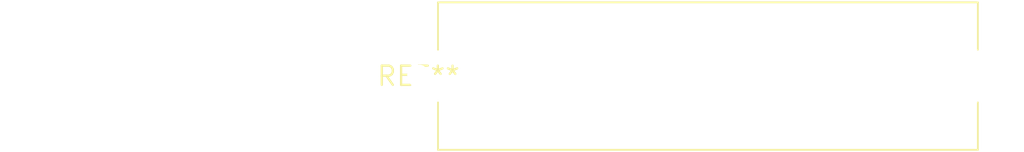
<source format=kicad_pcb>
(kicad_pcb (version 20240108) (generator pcbnew)
  (layers (0 "F.Cu" signal) (31 "B.Cu" signal) (34 "B.Paste" user) (35 "F.Paste" user) (36 "B.SilkS" user "B.Silkscreen") (37 "F.SilkS" user "F.Silkscreen") (38 "B.Mask" user) (39 "F.Mask" user) (44 "Edge.Cuts" user))
  (net 0 "")
  (footprint "R_Axial_Shunt_L35.3mm_W9.5mm_PS25.40mm_P38.10mm" (layer "F.Cu") (at 0 0)
    (property "Reference" "REF**")
    (property "Value" "R_Axial_Shunt_L35.3mm_W9.5mm_PS25.40mm_P38.10mm")
    (fp_line (start 1.28 -4.87) (end 36.82 -4.87) (layer "F.SilkS") (stroke (width 0.12)))
    (fp_line (start 1.28 -1.74) (end 1.28 -4.87) (layer "F.SilkS") (stroke (width 0.12)))
    (fp_line (start 1.28 1.74) (end 1.28 4.87) (layer "F.SilkS") (stroke (width 0.12)))
    (fp_line (start 1.28 4.87) (end 36.82 4.87) (layer "F.SilkS") (stroke (width 0.12)))
    (fp_line (start 36.82 -4.87) (end 36.82 -1.74) (layer "F.SilkS") (stroke (width 0.12)))
    (fp_line (start 36.82 4.87) (end 36.82 1.74) (layer "F.SilkS") (stroke (width 0.12)))
    (pad "1" thru_hole circle (at 0 0) (size 3 3) (drill 1.5) (layers *.Cu *.Mask) (remove_unused_layers))
    (pad "2" thru_hole oval (at 6.35 0) (size 3 3) (drill 1.5) (layers *.Cu *.Mask) (remove_unused_layers))
    (pad "3" thru_hole oval (at 31.75 0) (size 3 3) (drill 1.5) (layers *.Cu *.Mask) (remove_unused_layers))
    (pad "4" thru_hole oval (at 38.1 0) (size 3 3) (drill 1.5) (layers *.Cu *.Mask) (remove_unused_layers))
  )
)
</source>
